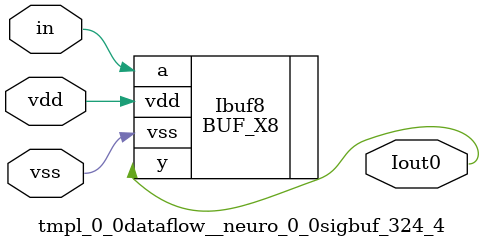
<source format=v>
module tmpl_0_0dataflow__neuro_0_0sigbuf_324_4(in, Iout0 , vdd, vss); 
   input vdd;
   input vss;
   input in;
   

// -- signals ---
   wire in;
   output Iout0 ;

// --- instances
BUF_X8 Ibuf8  (.y(Iout0 ), .a(in), .vdd(vdd), .vss(vss));
endmodule
</source>
